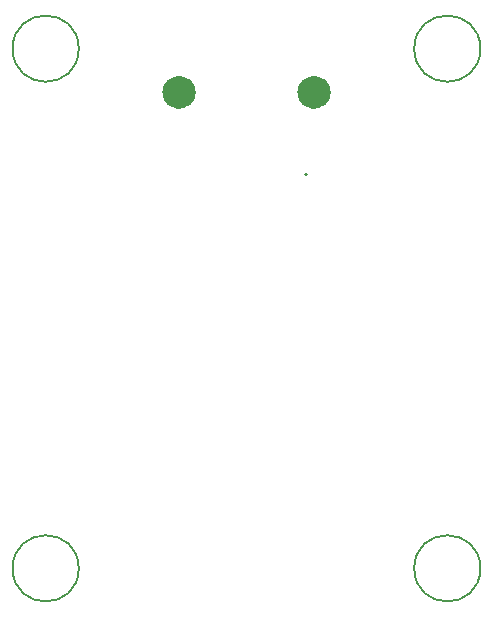
<source format=gbr>
%TF.GenerationSoftware,KiCad,Pcbnew,8.0.3*%
%TF.CreationDate,2025-10-09T18:02:22+02:00*%
%TF.ProjectId,LAN8742A-breakout,4c414e38-3734-4324-912d-627265616b6f,+ (Unreleased)*%
%TF.SameCoordinates,Original*%
%TF.FileFunction,Other,Comment*%
%FSLAX46Y46*%
G04 Gerber Fmt 4.6, Leading zero omitted, Abs format (unit mm)*
G04 Created by KiCad (PCBNEW 8.0.3) date 2025-10-09 18:02:22*
%MOMM*%
%LPD*%
G01*
G04 APERTURE LIST*
%ADD10C,0.150000*%
%ADD11C,1.400000*%
%ADD12C,0.200000*%
G04 APERTURE END LIST*
D10*
%TO.C,H2*%
X103093981Y57000000D02*
G75*
G02*
X97493981Y57000000I-2800000J0D01*
G01*
X97493981Y57000000D02*
G75*
G02*
X103093981Y57000000I2800000J0D01*
G01*
%TO.C,H4*%
X69093981Y13000000D02*
G75*
G02*
X63493981Y13000000I-2800000J0D01*
G01*
X63493981Y13000000D02*
G75*
G02*
X69093981Y13000000I2800000J0D01*
G01*
%TO.C,H1*%
X69093981Y57000000D02*
G75*
G02*
X63493981Y57000000I-2800000J0D01*
G01*
X63493981Y57000000D02*
G75*
G02*
X69093981Y57000000I2800000J0D01*
G01*
%TO.C,H3*%
X103093981Y13000000D02*
G75*
G02*
X97493981Y13000000I-2800000J0D01*
G01*
X97493981Y13000000D02*
G75*
G02*
X103093981Y13000000I2800000J0D01*
G01*
D11*
%TO.C,J1*%
X78283981Y53296400D02*
G75*
G02*
X76883981Y53296400I-700000J0D01*
G01*
X76883981Y53296400D02*
G75*
G02*
X78283981Y53296400I700000J0D01*
G01*
D12*
X88423981Y46336400D02*
G75*
G02*
X88223981Y46336400I-100000J0D01*
G01*
X88223981Y46336400D02*
G75*
G02*
X88423981Y46336400I100000J0D01*
G01*
D11*
X89713981Y53296400D02*
G75*
G02*
X88313981Y53296400I-700000J0D01*
G01*
X88313981Y53296400D02*
G75*
G02*
X89713981Y53296400I700000J0D01*
G01*
%TD*%
M02*

</source>
